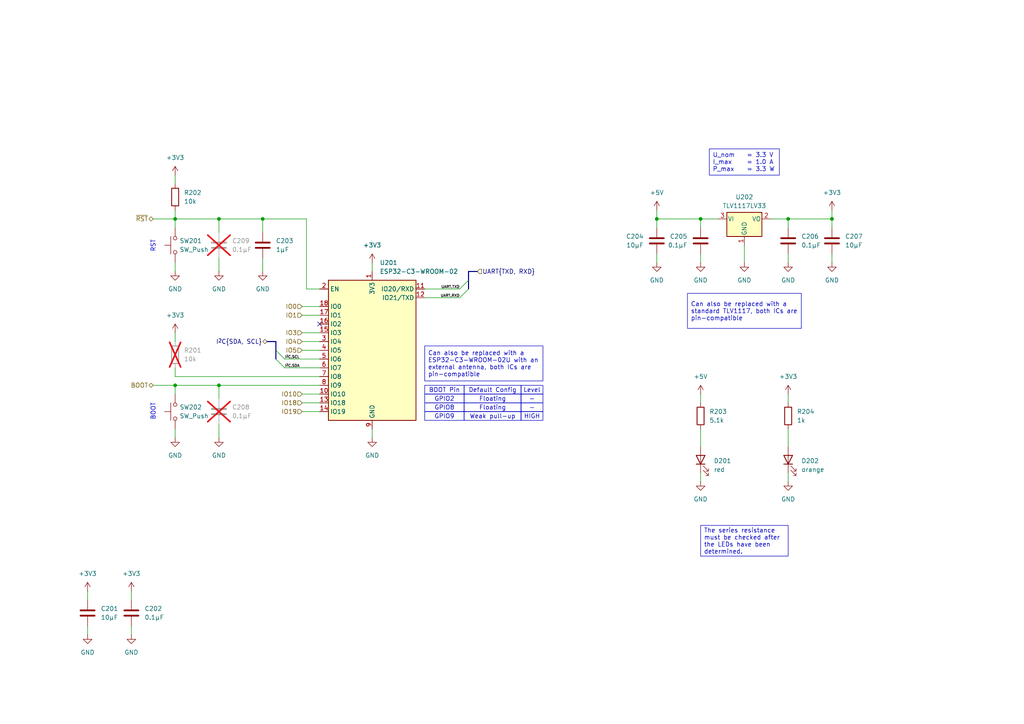
<source format=kicad_sch>
(kicad_sch (version 20231120) (generator "eeschema") (generator_version "8.0")
  (paper "A4")
  (title_block (title "Wordclock - Microcontroller Unit & Power Supply") (date "2024-10-20") (rev "A") (company "ElektroNik Zoller") (comment 1 "Nikolai Zoller") (comment 4 "CERN-OHL-P"))
  (lib_symbols
    (symbol "Device:C" (pin_numbers hide) (pin_names (offset 0.254))
      (property "Reference" "C" (at 0.635 2.54 0))
      (property "Value" "C" (at 0.635 -2.54 0))
      (symbol "C_0_1"
        (polyline (pts (xy -2.032 -0.762) (xy 2.032 -0.762)) (stroke (width 0.508)))
        (polyline (pts (xy -2.032 0.762) (xy 2.032 0.762)) (stroke (width 0.508)))
      )
      (symbol "C_1_1"
        (pin passive line (at 0 3.81 270) (length 2.794) (name "~") (number "1"))
        (pin passive line (at 0 -3.81 90) (length 2.794) (name "~") (number "2"))
      )
    )
    (symbol "Device:LED" (pin_numbers hide) (pin_names (offset 1.016) hide)
      (property "Reference" "D" (at 0 2.54 0))
      (property "Value" "LED" (at 0 -2.54 0))
      (symbol "LED_0_1"
        (polyline (pts (xy -1.27 -1.27) (xy -1.27 1.27)) (stroke (width 0.254)))
        (polyline (pts (xy -1.27 0) (xy 1.27 0)))
        (polyline (pts (xy 1.27 -1.27) (xy 1.27 1.27) (xy -1.27 0) (xy 1.27 -1.27)) (stroke (width 0.254)))
        (polyline (pts (xy -3.048 -0.762) (xy -4.572 -2.286) (xy -3.81 -2.286) (xy -4.572 -2.286) (xy -4.572 -1.524)))
        (polyline (pts (xy -1.778 -0.762) (xy -3.302 -2.286) (xy -2.54 -2.286) (xy -3.302 -2.286) (xy -3.302 -1.524)))
      )
      (symbol "LED_1_1"
        (pin passive line (at -3.81 0 0) (length 2.54) (name "K") (number "1"))
        (pin passive line (at 3.81 0 180) (length 2.54) (name "A") (number "2"))
      )
    )
    (symbol "Device:R" (pin_numbers hide) (pin_names (offset 0))
      (property "Reference" "R" (at 2.032 0 90))
      (property "Value" "R" (at 0 0 90))
      (symbol "R_0_1"
        (rectangle (start -1.016 -2.54) (end 1.016 2.54) (stroke (width 0.254)))
      )
      (symbol "R_1_1"
        (pin passive line (at 0 3.81 270) (length 1.27) (name "~") (number "1"))
        (pin passive line (at 0 -3.81 90) (length 1.27) (name "~") (number "2"))
      )
    )
    (symbol "RF_Module:ESP32-C3-WROOM-02"
      (property "Reference" "U" (at -12.192 21.336 0))
      (property "Value" "ESP32-C3-WROOM-02" (at 12.192 21.336 0))
      (symbol "ESP32-C3-WROOM-02_1_1"
        (rectangle (start -12.7 20.32) (end 12.7 -20.32) (stroke (width 0.254)) (fill (type background)))
        (pin power_in line (at 0 22.86 270) (length 2.54) (name "3V3") (number "1"))
        (pin bidirectional line (at -15.24 -12.7 0) (length 2.54) (name "IO10") (number "10"))
        (pin bidirectional line (at 15.24 17.78 180) (length 2.54) (name "IO20/RXD") (number "11"))
        (pin bidirectional line (at 15.24 15.24 180) (length 2.54) (name "IO21/TXD") (number "12"))
        (pin bidirectional line (at -15.24 -15.24 0) (length 2.54) (name "IO18") (number "13"))
        (pin bidirectional line (at -15.24 -17.78 0) (length 2.54) (name "IO19") (number "14"))
        (pin bidirectional line (at -15.24 5.08 0) (length 2.54) (name "IO3") (number "15"))
        (pin bidirectional line (at -15.24 7.62 0) (length 2.54) (name "IO2") (number "16"))
        (pin bidirectional line (at -15.24 10.16 0) (length 2.54) (name "IO1") (number "17"))
        (pin bidirectional line (at -15.24 12.7 0) (length 2.54) (name "IO0") (number "18"))
        (pin passive line (at 0 -22.86 90) (length 2.54) hide (name "GND") (number "19"))
        (pin input line (at -15.24 17.78 0) (length 2.54) (name "EN") (number "2"))
        (pin bidirectional line (at -15.24 2.54 0) (length 2.54) (name "IO4") (number "3"))
        (pin bidirectional line (at -15.24 0 0) (length 2.54) (name "IO5") (number "4"))
        (pin bidirectional line (at -15.24 -2.54 0) (length 2.54) (name "IO6") (number "5"))
        (pin bidirectional line (at -15.24 -5.08 0) (length 2.54) (name "IO7") (number "6"))
        (pin bidirectional line (at -15.24 -7.62 0) (length 2.54) (name "IO8") (number "7"))
        (pin bidirectional line (at -15.24 -10.16 0) (length 2.54) (name "IO9") (number "8"))
        (pin power_in line (at 0 -22.86 90) (length 2.54) (name "GND") (number "9"))
      )
    )
    (symbol "Regulator_Linear:TLV1117-33" (pin_names (offset 0.254))
      (property "Reference" "U" (at -3.81 3.175 0))
      (property "Value" "TLV1117-33" (at 0 3.175 0))
      (symbol "TLV1117-33_0_1"
        (rectangle (start -5.08 -5.08) (end 5.08 1.905) (stroke (width 0.254)) (fill (type background)))
      )
      (symbol "TLV1117-33_1_1"
        (pin power_in line (at 0 -7.62 90) (length 2.54) (name "GND") (number "1"))
        (pin power_out line (at 7.62 0 180) (length 2.54) (name "VO") (number "2"))
        (pin power_in line (at -7.62 0 0) (length 2.54) (name "VI") (number "3"))
      )
    )
    (symbol "Switch:SW_Push" (pin_numbers hide) (pin_names (offset 1.016) hide)
      (property "Reference" "SW" (at 1.27 2.54 0))
      (property "Value" "SW_Push" (at 0 -1.524 0))
      (symbol "SW_Push_0_1"
        (circle (center -2.032 0) (radius 0.508))
        (polyline (pts (xy 0 1.27) (xy 0 3.048)))
        (polyline (pts (xy 2.54 1.27) (xy -2.54 1.27)))
        (circle (center 2.032 0) (radius 0.508))
        (pin passive line (at -5.08 0 0) (length 2.54) (name "1") (number "1"))
        (pin passive line (at 5.08 0 180) (length 2.54) (name "2") (number "2"))
      )
    )
    (symbol "power:+3V3" (power) (pin_numbers hide) (pin_names (offset 0) hide)
      (property "Value" "+3V3" (at 0 3.556 0))
      (symbol "+3V3_0_1"
        (polyline (pts (xy -0.762 1.27) (xy 0 2.54)))
        (polyline (pts (xy 0 0) (xy 0 2.54)))
        (polyline (pts (xy 0 2.54) (xy 0.762 1.27)))
      )
      (symbol "+3V3_1_1"
        (pin power_in line (at 0 0 90) (length 0) (name "~") (number "1"))
      )
    )
    (symbol "power:+5V" (power) (pin_numbers hide) (pin_names (offset 0) hide)
      (property "Value" "+5V" (at 0 3.556 0))
      (symbol "+5V_0_1"
        (polyline (pts (xy -0.762 1.27) (xy 0 2.54)))
        (polyline (pts (xy 0 0) (xy 0 2.54)))
        (polyline (pts (xy 0 2.54) (xy 0.762 1.27)))
      )
      (symbol "+5V_1_1"
        (pin power_in line (at 0 0 90) (length 0) (name "~") (number "1"))
      )
    )
    (symbol "power:GND" (power) (pin_numbers hide) (pin_names (offset 0) hide)
      (property "Value" "GND" (at 0 -3.81 0))
      (symbol "GND_0_1"
        (polyline (pts (xy 0 0) (xy 0 -1.27) (xy 1.27 -1.27) (xy 0 -2.54) (xy -1.27 -1.27) (xy 0 -1.27)))
      )
      (symbol "GND_1_1"
        (pin power_in line (at 0 0 270) (length 0) (name "~") (number "1"))
      )
    )
  )
  (junction (at 203.2 63.5))
  (junction (at 63.5 111.76))
  (junction (at 63.5 63.5))
  (junction (at 228.6 63.5))
  (junction (at 50.8 63.5))
  (junction (at 50.8 111.76))
  (junction (at 241.3 63.5))
  (junction (at 76.2 63.5))
  (junction (at 190.5 63.5))
  (no_connect (at 92.71 93.98))
  (bus_entry (at 80.01 104.14) (size 2.54 2.54))
  (bus_entry (at 135.89 81.28) (size -2.54 2.54))
  (bus_entry (at 135.89 83.82) (size -2.54 2.54))
  (bus_entry (at 80.01 101.6) (size 2.54 2.54))
  (wire (pts (xy 215.9 71.12) (xy 215.9 76.2)))
  (wire (pts (xy 50.8 63.5) (xy 50.8 66.04)))
  (wire (pts (xy 63.5 111.76) (xy 92.71 111.76)))
  (wire (pts (xy 63.5 78.74) (xy 63.5 74.93)))
  (wire (pts (xy 190.5 73.66) (xy 190.5 76.2)))
  (bus (pts (xy 135.89 78.74) (xy 138.43 78.74)))
  (wire (pts (xy 88.9 83.82) (xy 92.71 83.82)))
  (wire (pts (xy 203.2 63.5) (xy 203.2 66.04)))
  (wire (pts (xy 63.5 63.5) (xy 76.2 63.5)))
  (wire (pts (xy 50.8 124.46) (xy 50.8 127)))
  (bus (pts (xy 135.89 81.28) (xy 135.89 78.74)))
  (wire (pts (xy 203.2 114.3) (xy 203.2 116.84)))
  (wire (pts (xy 76.2 67.31) (xy 76.2 63.5)))
  (wire (pts (xy 203.2 137.16) (xy 203.2 139.7)))
  (wire (pts (xy 76.2 78.74) (xy 76.2 74.93)))
  (wire (pts (xy 203.2 124.46) (xy 203.2 129.54)))
  (wire (pts (xy 223.52 63.5) (xy 228.6 63.5)))
  (wire (pts (xy 50.8 99.06) (xy 50.8 96.52)))
  (wire (pts (xy 50.8 53.34) (xy 50.8 50.8)))
  (bus (pts (xy 80.01 101.6) (xy 80.01 99.06)))
  (wire (pts (xy 228.6 114.3) (xy 228.6 116.84)))
  (bus (pts (xy 80.01 104.14) (xy 80.01 101.6)))
  (wire (pts (xy 228.6 73.66) (xy 228.6 76.2)))
  (wire (pts (xy 25.4 181.61) (xy 25.4 184.15)))
  (wire (pts (xy 87.63 101.6) (xy 92.71 101.6)))
  (wire (pts (xy 87.63 99.06) (xy 92.71 99.06)))
  (wire (pts (xy 50.8 76.2) (xy 50.8 78.74)))
  (wire (pts (xy 50.8 63.5) (xy 63.5 63.5)))
  (wire (pts (xy 190.5 60.96) (xy 190.5 63.5)))
  (wire (pts (xy 63.5 115.57) (xy 63.5 111.76)))
  (wire (pts (xy 133.35 83.82) (xy 123.19 83.82)))
  (wire (pts (xy 241.3 63.5) (xy 241.3 60.96)))
  (wire (pts (xy 50.8 111.76) (xy 63.5 111.76)))
  (wire (pts (xy 87.63 119.38) (xy 92.71 119.38)))
  (wire (pts (xy 107.95 76.2) (xy 107.95 78.74)))
  (wire (pts (xy 190.5 63.5) (xy 190.5 66.04)))
  (wire (pts (xy 50.8 111.76) (xy 50.8 114.3)))
  (wire (pts (xy 38.1 171.45) (xy 38.1 173.99)))
  (wire (pts (xy 63.5 67.31) (xy 63.5 63.5)))
  (wire (pts (xy 44.45 111.76) (xy 50.8 111.76)))
  (wire (pts (xy 82.55 106.68) (xy 92.71 106.68)))
  (wire (pts (xy 38.1 181.61) (xy 38.1 184.15)))
  (wire (pts (xy 203.2 73.66) (xy 203.2 76.2)))
  (wire (pts (xy 76.2 63.5) (xy 88.9 63.5)))
  (wire (pts (xy 228.6 63.5) (xy 228.6 66.04)))
  (wire (pts (xy 87.63 88.9) (xy 92.71 88.9)))
  (wire (pts (xy 203.2 63.5) (xy 208.28 63.5)))
  (wire (pts (xy 87.63 91.44) (xy 92.71 91.44)))
  (wire (pts (xy 44.45 63.5) (xy 50.8 63.5)))
  (wire (pts (xy 228.6 137.16) (xy 228.6 139.7)))
  (bus (pts (xy 80.01 99.06) (xy 77.47 99.06)))
  (wire (pts (xy 50.8 109.22) (xy 50.8 106.68)))
  (wire (pts (xy 88.9 63.5) (xy 88.9 83.82)))
  (wire (pts (xy 50.8 60.96) (xy 50.8 63.5)))
  (wire (pts (xy 228.6 63.5) (xy 241.3 63.5)))
  (wire (pts (xy 241.3 73.66) (xy 241.3 76.2)))
  (wire (pts (xy 228.6 124.46) (xy 228.6 129.54)))
  (wire (pts (xy 107.95 124.46) (xy 107.95 127)))
  (wire (pts (xy 241.3 63.5) (xy 241.3 66.04)))
  (wire (pts (xy 25.4 171.45) (xy 25.4 173.99)))
  (wire (pts (xy 190.5 63.5) (xy 203.2 63.5)))
  (wire (pts (xy 82.55 104.14) (xy 92.71 104.14)))
  (bus (pts (xy 135.89 83.82) (xy 135.89 81.28)))
  (wire (pts (xy 87.63 116.84) (xy 92.71 116.84)))
  (wire (pts (xy 87.63 114.3) (xy 92.71 114.3)))
  (wire (pts (xy 87.63 96.52) (xy 92.71 96.52)))
  (wire (pts (xy 63.5 127) (xy 63.5 123.19)))
  (wire (pts (xy 133.35 86.36) (xy 123.19 86.36)))
  (wire (pts (xy 92.71 109.22) (xy 50.8 109.22)))
  (text_box "Floating" (at 134.62 114.3 0) (size 16.51 2.54) (effects (font (size 1.27 1.27))))
  (text_box "BOOT Pin" (at 123.19 111.76 0) (size 11.43 2.54) (effects (font (size 1.27 1.27))))
  (text_box "GPIO8" (at 123.19 116.84 0) (size 11.43 2.54) (effects (font (size 1.27 1.27))))
  (text_box "Can also be replaced with a ESP32-C3-WROOM-02U with an external antenna, both ICs are pin-compatible" (at 123.19 100.33 0) (size 34.29 10.16) (effects (font (size 1.27 1.27)) (justify left)))
  (text_box "U_nom	= 3.3 V\nI_max	= 1.0 A\nP_max	= 3.3 W" (at 205.74 43.18 0) (size 20.32 7.62) (effects (font (size 1.27 1.27)) (justify left top)))
  (text_box "Default Config" (at 134.62 111.76 0) (size 16.51 2.54) (effects (font (size 1.27 1.27))))
  (text_box "Level" (at 151.13 111.76 0) (size 6.35 2.54) (effects (font (size 1.27 1.27))))
  (text_box "GPIO9" (at 123.19 119.38 0) (size 11.43 2.54) (effects (font (size 1.27 1.27))))
  (text_box "Weak pull-up" (at 134.62 119.38 0) (size 16.51 2.54) (effects (font (size 1.27 1.27))))
  (text_box "The series resistance must be checked after the LEDs have been determined." (at 203.2 152.4 0) (size 25.4 8.89) (effects (font (size 1.27 1.27)) (justify left)))
  (text_box "HIGH" (at 151.13 119.38 0) (size 6.35 2.54) (effects (font (size 1.27 1.27))))
  (text_box "Can also be replaced with a standard TLV1117, both ICs are pin-compatible" (at 199.39 85.09 0) (size 33.02 10.16) (effects (font (size 1.27 1.27)) (justify left)))
  (text_box "GPIO2" (at 123.19 114.3 0) (size 11.43 2.54) (effects (font (size 1.27 1.27))))
  (text_box "-" (at 151.13 116.84 0) (size 6.35 2.54) (effects (font (size 1.27 1.27))))
  (text_box "-" (at 151.13 114.3 0) (size 6.35 2.54) (effects (font (size 1.27 1.27))))
  (text_box "Floating" (at 134.62 116.84 0) (size 16.51 2.54) (effects (font (size 1.27 1.27))))
  (text "RST" (at 44.45 71.374 90) (effects (font (size 1.27 1.27))))
  (text "BOOT" (at 44.45 119.38 90) (effects (font (size 1.27 1.27))))
  (label "I^{2}C.SDA" (at 82.55 106.68 0) (effects (font (size 0.762 0.762))))
  (label "I^{2}C.SCL" (at 82.55 104.14 0) (effects (font (size 0.762 0.762))))
  (label "UART.RXD" (at 133.35 86.36 180) (effects (font (size 0.762 0.762))))
  (label "UART.TXD" (at 133.35 83.82 180) (effects (font (size 0.762 0.762))))
  (hierarchical_label "IO4" (shape input) (at 87.63 99.06 180))
  (hierarchical_label "~{RST}" (shape bidirectional) (at 44.45 63.5 180))
  (hierarchical_label "BOOT" (shape bidirectional) (at 44.45 111.76 180))
  (hierarchical_label "IO18" (shape input) (at 87.63 116.84 180))
  (hierarchical_label "IO1" (shape input) (at 87.63 91.44 180))
  (hierarchical_label "IO19" (shape input) (at 87.63 119.38 180))
  (hierarchical_label "IO0" (shape input) (at 87.63 88.9 180))
  (hierarchical_label "IO3" (shape input) (at 87.63 96.52 180))
  (hierarchical_label "UART{TXD, RXD}" (shape input) (at 138.43 78.74 0))
  (hierarchical_label "I^{2}C{SDA, SCL}" (shape bidirectional) (at 77.47 99.06 180))
  (hierarchical_label "IO5" (shape input) (at 87.63 101.6 180))
  (hierarchical_label "IO10" (shape input) (at 87.63 114.3 180))
  (symbol (lib_id "power:GND") (at 228.6 76.2 0) (mirror y) (unit 1)
    (property "Reference" "#PWR0216" (effects (hide yes)))
    (property "Value" "GND" (at 228.6 81.28 0))
    (property "Description" "Power symbol creates a global label with name \"GND\" , ground" (effects (hide yes)))
  )
  (symbol (lib_id "power:+3V3") (at 50.8 50.8 0) (mirror y) (unit 1)
    (property "Reference" "#PWR0206" (effects (hide yes)))
    (property "Value" "+3V3" (at 50.8 45.72 0))
    (property "Description" "Power symbol creates a global label with name \"+3V3\"" (effects (hide yes)))
  )
  (symbol (lib_id "power:GND") (at 76.2 78.74 0) (unit 1)
    (property "Reference" "#PWR0207" (effects (hide yes)))
    (property "Value" "GND" (at 76.2 83.82 0))
    (property "Description" "Power symbol creates a global label with name \"GND\" , ground" (effects (hide yes)))
  )
  (symbol (lib_id "Device:C") (at 241.3 69.85 0) (unit 1)
    (property "Reference" "C207" (at 245.11 68.5799 0) (effects (justify left)))
    (property "Value" "10µF" (at 245.11 71.1199 0) (effects (justify left)))
    (property "Description" "Unpolarized capacitor" (effects (hide yes)))
  )
  (symbol (lib_id "power:+3V3") (at 50.8 96.52 0) (mirror y) (unit 1)
    (property "Reference" "#PWR0203" (effects (hide yes)))
    (property "Value" "+3V3" (at 50.8 91.44 0))
    (property "Description" "Power symbol creates a global label with name \"+3V3\"" (effects (hide yes)))
  )
  (symbol (lib_id "power:+3V3") (at 241.3 60.96 0) (unit 1)
    (property "Reference" "#PWR0219" (effects (hide yes)))
    (property "Value" "+3V3" (at 241.3 55.88 0))
    (property "Description" "Power symbol creates a global label with name \"+3V3\"" (effects (hide yes)))
  )
  (symbol (lib_id "power:GND") (at 63.5 78.74 0) (unit 1)
    (property "Reference" "#PWR0224" (effects (hide yes)))
    (property "Value" "GND" (at 63.5 83.82 0))
    (property "Description" "Power symbol creates a global label with name \"GND\" , ground" (effects (hide yes)))
  )
  (symbol (lib_id "Switch:SW_Push") (at 50.8 71.12 90) (unit 1)
    (property "Reference" "SW201" (at 52.07 69.8499 90) (effects (justify right)))
    (property "Value" "SW_Push" (at 52.07 72.3899 90) (effects (justify right)))
    (property "Description" "Push button switch, generic, two pins" (effects (hide yes)))
  )
  (symbol (lib_id "power:GND") (at 228.6 139.7 0) (mirror y) (unit 1)
    (property "Reference" "#PWR0218" (effects (hide yes)))
    (property "Value" "GND" (at 228.6 144.78 0))
    (property "Description" "Power symbol creates a global label with name \"GND\" , ground" (effects (hide yes)))
  )
  (symbol (lib_id "power:GND") (at 107.95 127 0) (mirror y) (unit 1)
    (property "Reference" "#PWR0209" (effects (hide yes)))
    (property "Value" "GND" (at 107.95 132.08 0))
    (property "Description" "Power symbol creates a global label with name \"GND\" , ground" (effects (hide yes)))
  )
  (symbol (lib_id "Device:C") (at 203.2 69.85 0) (mirror y) (unit 1)
    (property "Reference" "C205" (at 199.39 68.5799 0) (effects (justify left)))
    (property "Value" "0.1µF" (at 199.39 71.1199 0) (effects (justify left)))
    (property "Description" "Unpolarized capacitor" (effects (hide yes)))
  )
  (symbol (lib_id "Device:R") (at 50.8 102.87 0) (unit 1) (dnp yes)
    (property "Reference" "R201" (at 53.34 101.5999 0) (effects (justify left)))
    (property "Value" "10k" (at 53.34 104.1399 0) (effects (justify left)))
    (property "Description" "Resistor" (effects (hide yes)))
  )
  (symbol (lib_id "power:GND") (at 63.5 127 0) (unit 1)
    (property "Reference" "#PWR0223" (effects (hide yes)))
    (property "Value" "GND" (at 63.5 132.08 0))
    (property "Description" "Power symbol creates a global label with name \"GND\" , ground" (effects (hide yes)))
  )
  (symbol (lib_id "power:+3V3") (at 228.6 114.3 0) (unit 1)
    (property "Reference" "#PWR0217" (effects (hide yes)))
    (property "Value" "+3V3" (at 228.6 109.22 0))
    (property "Description" "Power symbol creates a global label with name \"+3V3\"" (effects (hide yes)))
  )
  (symbol (lib_id "power:+5V") (at 190.5 60.96 0) (unit 1)
    (property "Reference" "#PWR0210" (effects (hide yes)))
    (property "Value" "+5V" (at 190.5 55.88 0))
    (property "Description" "Power symbol creates a global label with name \"+5V\"" (effects (hide yes)))
  )
  (symbol (lib_id "Switch:SW_Push") (at 50.8 119.38 90) (unit 1)
    (property "Reference" "SW202" (at 52.07 118.1099 90) (effects (justify right)))
    (property "Value" "SW_Push" (at 52.07 120.6499 90) (effects (justify right)))
    (property "Description" "Push button switch, generic, two pins" (effects (hide yes)))
  )
  (symbol (lib_id "power:+5V") (at 203.2 114.3 0) (unit 1)
    (property "Reference" "#PWR0213" (effects (hide yes)))
    (property "Value" "+5V" (at 203.2 109.22 0))
    (property "Description" "Power symbol creates a global label with name \"+5V\"" (effects (hide yes)))
  )
  (symbol (lib_id "Device:LED") (at 203.2 133.35 90) (unit 1)
    (property "Reference" "D201" (at 207.01 133.6674 90) (effects (justify right)))
    (property "Value" "red" (at 207.01 136.2074 90) (effects (justify right)))
    (property "Description" "Light emitting diode" (effects (hide yes)))
  )
  (symbol (lib_id "power:GND") (at 50.8 78.74 0) (unit 1)
    (property "Reference" "#PWR0221" (effects (hide yes)))
    (property "Value" "GND" (at 50.8 83.82 0))
    (property "Description" "Power symbol creates a global label with name \"GND\" , ground" (effects (hide yes)))
  )
  (symbol (lib_id "Device:LED") (at 228.6 133.35 90) (unit 1)
    (property "Reference" "D202" (at 232.41 133.6674 90) (effects (justify right)))
    (property "Value" "orange" (at 232.41 136.2074 90) (effects (justify right)))
    (property "Description" "Light emitting diode" (effects (hide yes)))
  )
  (symbol (lib_id "power:GND") (at 38.1 184.15 0) (unit 1)
    (property "Reference" "#PWR0205" (effects (hide yes)))
    (property "Value" "GND" (at 38.1 189.23 0))
    (property "Description" "Power symbol creates a global label with name \"GND\" , ground" (effects (hide yes)))
  )
  (symbol (lib_id "power:+3V3") (at 38.1 171.45 0) (unit 1)
    (property "Reference" "#PWR0204" (effects (hide yes)))
    (property "Value" "+3V3" (at 38.1 166.37 0))
    (property "Description" "Power symbol creates a global label with name \"+3V3\"" (effects (hide yes)))
  )
  (symbol (lib_id "Device:C") (at 63.5 71.12 0) (unit 1) (dnp yes)
    (property "Reference" "C209" (at 67.31 69.8499 0) (effects (justify left)))
    (property "Value" "0.1µF" (at 67.31 72.3899 0) (effects (justify left)))
    (property "Description" "Unpolarized capacitor" (effects (hide yes)))
  )
  (symbol (lib_id "power:+3V3") (at 107.95 76.2 0) (mirror y) (unit 1)
    (property "Reference" "#PWR0208" (effects (hide yes)))
    (property "Value" "+3V3" (at 107.95 71.12 0))
    (property "Description" "Power symbol creates a global label with name \"+3V3\"" (effects (hide yes)))
  )
  (symbol (lib_id "power:+3V3") (at 25.4 171.45 0) (unit 1)
    (property "Reference" "#PWR0201" (effects (hide yes)))
    (property "Value" "+3V3" (at 25.4 166.37 0))
    (property "Description" "Power symbol creates a global label with name \"+3V3\"" (effects (hide yes)))
  )
  (symbol (lib_id "Device:R") (at 228.6 120.65 0) (unit 1)
    (property "Reference" "R204" (at 231.14 119.3799 0) (effects (justify left)))
    (property "Value" "1k" (at 231.14 121.9199 0) (effects (justify left)))
    (property "Description" "Resistor" (effects (hide yes)))
  )
  (symbol (lib_id "Device:C") (at 38.1 177.8 0) (unit 1)
    (property "Reference" "C202" (at 41.91 176.5299 0) (effects (justify left)))
    (property "Value" "0.1µF" (at 41.91 179.0699 0) (effects (justify left)))
    (property "Description" "Unpolarized capacitor" (effects (hide yes)))
  )
  (symbol (lib_id "Device:C") (at 25.4 177.8 0) (unit 1)
    (property "Reference" "C201" (at 29.21 176.5299 0) (effects (justify left)))
    (property "Value" "10µF" (at 29.21 179.0699 0) (effects (justify left)))
    (property "Description" "Unpolarized capacitor" (effects (hide yes)))
  )
  (symbol (lib_id "power:GND") (at 190.5 76.2 0) (mirror y) (unit 1)
    (property "Reference" "#PWR0211" (effects (hide yes)))
    (property "Value" "GND" (at 190.5 81.28 0))
    (property "Description" "Power symbol creates a global label with name \"GND\" , ground" (effects (hide yes)))
  )
  (symbol (lib_id "Device:R") (at 50.8 57.15 0) (unit 1)
    (property "Reference" "R202" (at 53.34 55.8799 0) (effects (justify left)))
    (property "Value" "10k" (at 53.34 58.4199 0) (effects (justify left)))
    (property "Description" "Resistor" (effects (hide yes)))
  )
  (symbol (lib_id "Device:R") (at 203.2 120.65 0) (unit 1)
    (property "Reference" "R203" (at 205.74 119.3799 0) (effects (justify left)))
    (property "Value" "5.1k" (at 205.74 121.9199 0) (effects (justify left)))
    (property "Description" "Resistor" (effects (hide yes)))
  )
  (symbol (lib_id "power:GND") (at 50.8 127 0) (unit 1)
    (property "Reference" "#PWR0222" (effects (hide yes)))
    (property "Value" "GND" (at 50.8 132.08 0))
    (property "Description" "Power symbol creates a global label with name \"GND\" , ground" (effects (hide yes)))
  )
  (symbol (lib_id "Device:C") (at 190.5 69.85 0) (mirror y) (unit 1)
    (property "Reference" "C204" (at 186.69 68.5799 0) (effects (justify left)))
    (property "Value" "10µF" (at 186.69 71.1199 0) (effects (justify left)))
    (property "Description" "Unpolarized capacitor" (effects (hide yes)))
  )
  (symbol (lib_id "RF_Module:ESP32-C3-WROOM-02") (at 107.95 101.6 0) (unit 1)
    (property "Reference" "U201" (at 110.1441 76.2 0) (effects (justify left)))
    (property "Value" "ESP32-C3-WROOM-02" (at 110.1441 78.74 0) (effects (justify left)))
    (property "Footprint" "RF_Module:ESP32-C3-WROOM-02" (effects (hide yes)))
    (property "Datasheet" "https://www.espressif.com/sites/default/files/documentation/esp32-c3-wroom-02_datasheet_en.pdf" (effects (hide yes)))
    (property "Description" "802.11 b/g/n Wi­Fi and Bluetooth 5 module, ESP32­C3 SoC, RISC­V microprocessor, On-board antenna" (effects (hide yes)))
    (property "Manufacturer" "Espressif Systems" (effects (hide yes)))
    (property "Manufacturer Part no." "ESP32-C3-WROOM-02-N4" (effects (hide yes)))
    (property "Vendor 1" "Digikey" (effects (hide yes)))
    (property "Vendor 1 Part no." "1965-ESP32-C3-WROOM-02-N4TR-ND" (effects (hide yes)))
    (property "Vendor 2" "LCSC" (effects (hide yes)))
    (property "Vendor 2 Part no." "C2934560" (effects (hide yes)))
  )
  (symbol (lib_id "Device:C") (at 63.5 119.38 0) (unit 1) (dnp yes)
    (property "Reference" "C208" (at 67.31 118.1099 0) (effects (justify left)))
    (property "Value" "0.1µF" (at 67.31 120.6499 0) (effects (justify left)))
    (property "Description" "Unpolarized capacitor" (effects (hide yes)))
  )
  (symbol (lib_id "power:GND") (at 25.4 184.15 0) (unit 1)
    (property "Reference" "#PWR0202" (effects (hide yes)))
    (property "Value" "GND" (at 25.4 189.23 0))
    (property "Description" "Power symbol creates a global label with name \"GND\" , ground" (effects (hide yes)))
  )
  (symbol (lib_id "Device:C") (at 228.6 69.85 0) (unit 1)
    (property "Reference" "C206" (at 232.41 68.5799 0) (effects (justify left)))
    (property "Value" "0.1µF" (at 232.41 71.1199 0) (effects (justify left)))
    (property "Description" "Unpolarized capacitor" (effects (hide yes)))
  )
  (symbol (lib_id "Device:C") (at 76.2 71.12 0) (unit 1)
    (property "Reference" "C203" (at 80.01 69.8499 0) (effects (justify left)))
    (property "Value" "1µF" (at 80.01 72.3899 0) (effects (justify left)))
    (property "Description" "Unpolarized capacitor" (effects (hide yes)))
  )
  (symbol (lib_id "power:GND") (at 203.2 76.2 0) (mirror y) (unit 1)
    (property "Reference" "#PWR0212" (effects (hide yes)))
    (property "Value" "GND" (at 203.2 81.28 0))
    (property "Description" "Power symbol creates a global label with name \"GND\" , ground" (effects (hide yes)))
  )
  (symbol (lib_id "power:GND") (at 203.2 139.7 0) (mirror y) (unit 1)
    (property "Reference" "#PWR0214" (effects (hide yes)))
    (property "Value" "GND" (at 203.2 144.78 0))
    (property "Description" "Power symbol creates a global label with name \"GND\" , ground" (effects (hide yes)))
  )
  (symbol (lib_id "Regulator_Linear:TLV1117-33") (at 215.9 63.5 0) (unit 1)
    (property "Reference" "U202" (at 215.9 57.15 0))
    (property "Value" "TLV1117LV33" (at 215.9 59.69 0))
    (property "Datasheet" "http://www.ti.com/lit/ds/symlink/tlv1117.pdf" (effects (hide yes)))
    (property "Description" "800mA Low-Dropout Linear Regulator, 3.3V fixed output, TO-220/TO-252/TO-263/SOT-223" (effects (hide yes)))
    (property "Manufacturer" "Texas Instruments" (effects (hide yes)))
    (property "Manufacturer Part no." "TLV1117LV33DCYR" (effects (hide yes)))
    (property "Vendor 1" "Digikey" (effects (hide yes)))
    (property "Vendor 1 Part no." "296-28778-2-ND" (effects (hide yes)))
    (property "Vendor 2" "LCSC" (effects (hide yes)))
    (property "Vendor 2 Part no." "C15578" (effects (hide yes)))
  )
  (symbol (lib_id "power:GND") (at 215.9 76.2 0) (mirror y) (unit 1)
    (property "Reference" "#PWR0215" (effects (hide yes)))
    (property "Value" "GND" (at 215.9 81.28 0))
    (property "Description" "Power symbol creates a global label with name \"GND\" , ground" (effects (hide yes)))
  )
  (symbol (lib_id "power:GND") (at 241.3 76.2 0) (mirror y) (unit 1)
    (property "Reference" "#PWR0220" (effects (hide yes)))
    (property "Value" "GND" (at 241.3 81.28 0))
    (property "Description" "Power symbol creates a global label with name \"GND\" , ground" (effects (hide yes)))
  )
)
</source>
